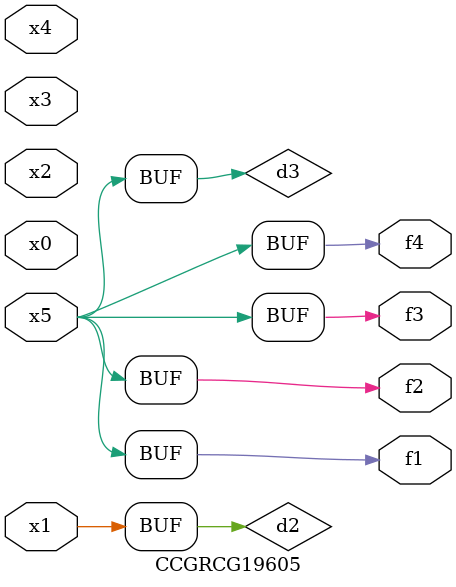
<source format=v>
module CCGRCG19605(
	input x0, x1, x2, x3, x4, x5,
	output f1, f2, f3, f4
);

	wire d1, d2, d3;

	not (d1, x5);
	or (d2, x1);
	xnor (d3, d1);
	assign f1 = d3;
	assign f2 = d3;
	assign f3 = d3;
	assign f4 = d3;
endmodule

</source>
